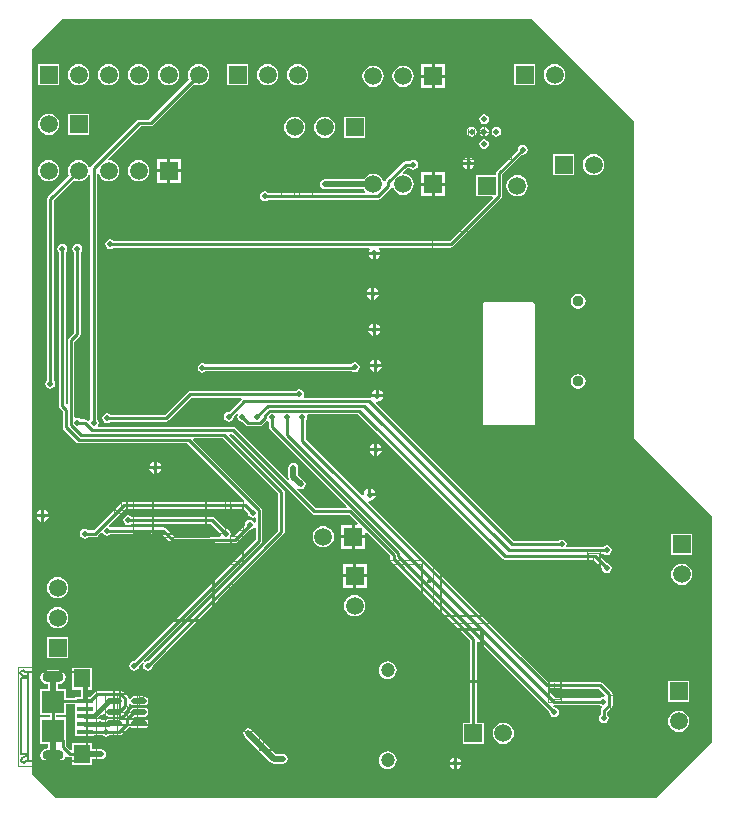
<source format=gbl>
%FSTAX23Y23*%
%MOIN*%
%SFA1B1*%

%IPPOS*%
%ADD10C,0.009449*%
%ADD13C,0.007874*%
%ADD14C,0.005000*%
%ADD16C,0.004000*%
%ADD17C,0.003937*%
%ADD18C,0.010000*%
%ADD19C,0.001969*%
%ADD79C,0.019685*%
%ADD80C,0.015000*%
%ADD81R,0.059055X0.059055*%
%ADD82C,0.059055*%
%ADD83C,0.037401*%
%ADD84R,0.059055X0.059055*%
%ADD85C,0.019685*%
%ADD86O,0.070866X0.035433*%
%ADD87C,0.047244*%
%ADD88O,0.053150X0.017716*%
%ADD89R,0.053150X0.015748*%
%ADD90R,0.055118X0.062992*%
%ADD91R,0.074803X0.074803*%
%LNsolears_v1-1*%
%LPD*%
G36*
X02675Y03604D02*
X02902Y03377D01*
X02982Y03297*
X03014Y03265*
Y02215*
X03015Y02211*
X03017Y02207*
X03274Y0195*
Y01194*
X0309Y0101*
X01089*
X0101Y01084*
Y03505*
X01109Y03604*
X02675*
G37*
%LNsolears_v1-2*%
%LPC*%
G36*
X02385Y03454D02*
X02351D01*
Y0342*
X02385*
Y03454*
G37*
G36*
X02341D02*
X02306D01*
Y0342*
X02341*
Y03454*
G37*
G36*
X0173Y03455D02*
X01659D01*
Y03384*
X0173*
Y03455*
G37*
G36*
X011D02*
X01029D01*
Y03384*
X011*
Y03455*
G37*
G36*
X02686D02*
X02615D01*
Y03384*
X02686*
Y03455*
G37*
G36*
X01895Y03455D02*
X01885Y03454D01*
X01877Y0345*
X01869Y03445*
X01864Y03437*
X0186Y03429*
X01859Y0342*
X0186Y0341*
X01864Y03402*
X01869Y03394*
X01877Y03389*
X01885Y03385*
X01895Y03384*
X01904Y03385*
X01912Y03389*
X0192Y03394*
X01925Y03402*
X01929Y0341*
X0193Y0342*
X01929Y03429*
X01925Y03437*
X0192Y03445*
X01912Y0345*
X01904Y03454*
X01895Y03455*
G37*
G36*
X01795D02*
X01785Y03454D01*
X01777Y0345*
X01769Y03445*
X01764Y03437*
X0176Y03429*
X01759Y0342*
X0176Y0341*
X01764Y03402*
X01769Y03394*
X01777Y03389*
X01785Y03385*
X01795Y03384*
X01804Y03385*
X01812Y03389*
X0182Y03394*
X01825Y03402*
X01829Y0341*
X0183Y0342*
X01829Y03429*
X01825Y03437*
X0182Y03445*
X01812Y0345*
X01804Y03454*
X01795Y03455*
G37*
G36*
X01565D02*
X01555Y03454D01*
X01547Y0345*
X01539Y03445*
X01534Y03437*
X0153Y03429*
X01529Y0342*
X0153Y0341*
X01533Y03404*
X014Y0327*
X01367*
Y0327*
X01363Y0327*
X01359Y03267*
X01207Y03115*
X01204Y03111*
X01199Y03109*
X01199Y03109*
X01195Y03117*
X0119Y03125*
X01182Y0313*
X01174Y03134*
X01165Y03135*
X01155Y03134*
X01147Y0313*
X01139Y03125*
X01134Y03117*
X0113Y03109*
X01129Y031*
X0113Y0309*
X01133Y03084*
X01062Y03012*
X01059Y03009*
X01058Y03005*
Y02401*
X01058Y02401*
X01055Y02396*
X01053Y0239*
X01055Y02383*
X01058Y02378*
X01063Y02375*
X0107Y02373*
X01076Y02375*
X01081Y02378*
X01084Y02383*
X01086Y0239*
X01084Y02396*
X01081Y02401*
X01081Y02401*
Y03*
X01149Y03068*
X01155Y03065*
X01165Y03064*
X01174Y03065*
X01182Y03069*
X0119Y03074*
X01195Y03082*
X01198Y03089*
X01203Y03088*
Y02271*
X01203Y02271*
X01201Y02267*
X01195Y02265*
X01193Y02267*
X01189Y0227*
X01185Y02271*
X01171*
X01171Y02271*
X01166Y02274*
X0116Y02276*
X01155Y02275*
X0115Y02278*
Y02529*
X01167Y02546*
X0117Y0255*
X01171Y02554*
Y02828*
X01171Y02828*
X01174Y02833*
X01176Y0284*
X01174Y02846*
X01171Y02851*
X01166Y02854*
X0116Y02856*
X01153Y02854*
X01148Y02851*
X01145Y02846*
X01143Y0284*
X01145Y02833*
X01148Y02828*
X01148Y02828*
Y02559*
X01131Y02541*
X01128Y02538*
X01128Y02534*
Y02322*
X01123Y02319*
X01121Y02321*
Y02828*
X01121Y02828*
X01124Y02833*
X01126Y0284*
X01124Y02846*
X01121Y02851*
X01116Y02854*
X0111Y02856*
X01103Y02854*
X01098Y02851*
X01095Y02846*
X01093Y0284*
X01095Y02833*
X01098Y02828*
X01098Y02828*
Y02315*
X01099Y0231*
X01102Y02307*
X01112Y02297*
Y02244*
X01113Y0224*
X01115Y02236*
X01157Y02195*
X0116Y02192*
X01164Y02192*
X01526*
X01717Y02001*
X01715Y01996*
X01315*
X01311Y01995*
X01307Y01992*
X01216Y01901*
X01196*
X01196Y01901*
X01191Y01904*
X01185Y01906*
X01178Y01904*
X01173Y01901*
X0117Y01896*
X01168Y0189*
X0117Y01883*
X01173Y01878*
X01178Y01875*
X01185Y01873*
X01191Y01875*
X01196Y01878*
X01196Y01878*
X0122*
X01224Y01879*
X01228Y01882*
X0124Y01894*
X01246Y01892*
X01248Y01888*
X01253Y01885*
X0126Y01883*
X01266Y01885*
X01271Y01888*
X01271Y01888*
X01443*
X0147Y01861*
X01474Y01858*
X01478Y01858*
X01684*
X01688Y01858*
X01692Y01861*
X01734Y01904*
X01735Y01903*
X01741Y01905*
X01746Y01908*
X01749Y01913*
X01749Y01913*
X01754Y0191*
Y0187*
X0135Y01466*
X0135Y01466*
X01343Y01464*
X01338Y01461*
X01335Y01456*
X01333Y0145*
X01335Y01443*
X01338Y01438*
X01343Y01435*
X0135Y01433*
X01356Y01435*
X01361Y01438*
X01364Y01443*
X01366Y0145*
X01366Y0145*
X01378Y01462*
X01378Y01462*
X01382Y01459*
X01381Y01458*
X0138Y01456*
X01378Y0145*
X0138Y01443*
X01383Y01438*
X01388Y01435*
X01395Y01433*
X01401Y01435*
X01406Y01438*
X01409Y01443*
X01411Y0145*
X01411Y0145*
X01847Y01887*
X0185Y0189*
X01851Y01895*
Y0203*
X0185Y02034*
X01847Y02037*
X01666Y02219*
X01668Y02223*
X01676*
X01942Y01957*
X01946Y01954*
X0195Y01953*
X02064*
X02094Y01924*
X02092Y01919*
X02085*
Y01885*
X02119*
Y01892*
X02124Y01894*
X02203Y01814*
Y01805*
X02204Y01801*
X02207Y01797*
X02468Y01535*
Y0126*
X02444*
Y01189*
X02515*
Y0126*
X02491*
Y01531*
X02495Y01533*
X02734Y01295*
X02733Y01295*
X02735Y01288*
X02738Y01283*
X02743Y0128*
X0275Y01278*
X02756Y0128*
X02761Y01283*
X02764Y01288*
X02766Y01295*
X02764Y01301*
X02761Y01306*
X02756Y01309*
X0275Y01311*
X02749Y01311*
X02746Y01314*
X02748Y01319*
X0275Y01318*
X029*
X02901Y01318*
X02906Y01315*
X02908Y01314*
X02909Y01309*
X02907Y01307*
X02905Y01304*
X02904Y01299*
Y01287*
X02903Y01286*
X029Y01281*
X02898Y01275*
X029Y01268*
X02903Y01263*
X02908Y0126*
X02915Y01258*
X02921Y0126*
X02926Y01263*
X02929Y01268*
X02931Y01275*
X02929Y01281*
X02926Y01285*
Y01295*
X02941Y01309*
X02943Y01312*
X02944Y01317*
Y01354*
X02943Y01358*
X02941Y01361*
X0291Y01392*
X02906Y01395*
X02902Y01396*
X02729*
X0213Y01995*
X02132Y02*
X02135Y01999*
X02142Y02001*
X02149Y02005*
X02153Y02012*
X02154Y02015*
X02135*
Y0202*
X0213*
Y02039*
X02127Y02038*
X0212Y02034*
X02116Y02027*
X02114Y0202*
X02115Y02017*
X0211Y02015*
X01921Y02204*
Y02268*
X01921Y02268*
X01924Y02273*
X01926Y0228*
X01925Y02284*
X01928Y02289*
X02094*
X02577Y01807*
X0258Y01804*
X02585Y01803*
X0288*
X02909Y01775*
X02908Y01775*
X0291Y01768*
X02913Y01763*
X02918Y0176*
X02925Y01758*
X02931Y0176*
X02936Y01763*
X02939Y01768*
X02941Y01775*
X02939Y01781*
X02936Y01786*
X02931Y01789*
X02925Y01791*
X02924Y01791*
X02897Y01818*
X02899Y01823*
X02914*
X02918Y0182*
X02925Y01818*
X02931Y0182*
X02936Y01823*
X02939Y01828*
X02941Y01835*
X02939Y01841*
X02936Y01846*
X02931Y01849*
X02925Y01851*
X02918Y01849*
X02913Y01846*
X02912Y01845*
X02793*
X0279Y0185*
X02791Y01855*
X02789Y01861*
X02786Y01866*
X02781Y01869*
X02775Y01871*
X02768Y01869*
X02763Y01866*
X02763Y01866*
X02614*
X02155Y02325*
X02157Y0233*
X0216Y02329*
X02167Y02331*
X02174Y02335*
X02178Y02342*
X02179Y02345*
X02139*
X02138Y02344*
X02136Y02342*
X02132Y02343*
X01916*
X01914Y02348*
X01914Y02348*
X01916Y02355*
X01914Y02361*
X01911Y02366*
X01906Y02369*
X019Y02371*
X01893Y02369*
X01888Y02366*
X01888Y02366*
X01536*
X01532Y02365*
X01528Y02362*
X01451Y02286*
X01271*
X01271Y02286*
X01266Y02289*
X0126Y02291*
X01253Y02289*
X01248Y02286*
X01245Y02281*
X01243Y02275*
X01245Y02268*
X01248Y02263*
X01253Y0226*
X0126Y02258*
X01266Y0226*
X01271Y02263*
X01271Y02263*
X01456*
X0146Y02264*
X01464Y02267*
X0154Y02343*
X01706*
X01708Y02338*
X01665Y02296*
X01665Y02296*
X01658Y02294*
X01653Y02291*
X0165Y02286*
X01648Y0228*
X0165Y02273*
X01653Y02268*
X01658Y02265*
X01665Y02263*
X01671Y02265*
X01676Y02268*
X01679Y02273*
X01681Y0228*
X01681Y0228*
X01693Y02292*
X01693Y02292*
X01697Y02289*
X01696Y02288*
X01695Y02286*
X01693Y0228*
X01695Y02273*
X01698Y02268*
X01703Y02265*
X0171Y02263*
X0171Y02264*
X01722Y02251*
X01726Y02248*
X0173Y02248*
X01768*
X01772Y02248*
X01776Y02251*
X01792Y02267*
X01797Y02265*
X01798Y02263*
Y02246*
X01799Y02242*
X01802Y02239*
X0206Y0198*
X02058Y01976*
X01955*
X01893Y02037*
X01897Y02041*
X01898Y0204*
X01905Y02038*
X01911Y0204*
X01916Y02043*
X01919Y02048*
X01921Y02055*
X01919Y02061*
X01916Y02066*
X01896Y02086*
Y0211*
X01894Y02116*
X01891Y02121*
X01886Y02124*
X0188Y02126*
X01873Y02124*
X01868Y02121*
X01865Y02116*
X01863Y0211*
Y0208*
X01865Y02073*
X01866Y02072*
X01862Y02068*
X01688Y02242*
X01684Y02245*
X0168Y02246*
X0123*
X01228Y02251*
X01229Y02253*
X01231Y0226*
X01229Y02266*
X01226Y02271*
X01226Y02271*
Y03088*
X01231Y03089*
X01234Y03082*
X01239Y03074*
X01247Y03069*
X01255Y03065*
X01265Y03064*
X01274Y03065*
X01282Y03069*
X0129Y03074*
X01295Y03082*
X01299Y0309*
X013Y031*
X01299Y03109*
X01295Y03117*
X0129Y03125*
X01282Y0313*
X01274Y03134*
X01266Y03135*
X01263Y0314*
X01372Y03248*
X01404*
X01409Y03249*
X01412Y03251*
X01549Y03388*
X01555Y03385*
X01565Y03384*
X01574Y03385*
X01582Y03389*
X0159Y03394*
X01595Y03402*
X01599Y0341*
X016Y0342*
X01599Y03429*
X01595Y03437*
X0159Y03445*
X01582Y0345*
X01574Y03454*
X01565Y03455*
G37*
G36*
X01465D02*
X01455Y03454D01*
X01447Y0345*
X01439Y03445*
X01434Y03437*
X0143Y03429*
X01429Y0342*
X0143Y0341*
X01434Y03402*
X01439Y03394*
X01447Y03389*
X01455Y03385*
X01465Y03384*
X01474Y03385*
X01482Y03389*
X0149Y03394*
X01495Y03402*
X01499Y0341*
X015Y0342*
X01499Y03429*
X01495Y03437*
X0149Y03445*
X01482Y0345*
X01474Y03454*
X01465Y03455*
G37*
G36*
X01365D02*
X01355Y03454D01*
X01347Y0345*
X01339Y03445*
X01334Y03437*
X0133Y03429*
X01329Y0342*
X0133Y0341*
X01334Y03402*
X01339Y03394*
X01347Y03389*
X01355Y03385*
X01365Y03384*
X01374Y03385*
X01382Y03389*
X0139Y03394*
X01395Y03402*
X01399Y0341*
X014Y0342*
X01399Y03429*
X01395Y03437*
X0139Y03445*
X01382Y0345*
X01374Y03454*
X01365Y03455*
G37*
G36*
X01265D02*
X01255Y03454D01*
X01247Y0345*
X01239Y03445*
X01234Y03437*
X0123Y03429*
X01229Y0342*
X0123Y0341*
X01234Y03402*
X01239Y03394*
X01247Y03389*
X01255Y03385*
X01265Y03384*
X01274Y03385*
X01282Y03389*
X0129Y03394*
X01295Y03402*
X01299Y0341*
X013Y0342*
X01299Y03429*
X01295Y03437*
X0129Y03445*
X01282Y0345*
X01274Y03454*
X01265Y03455*
G37*
G36*
X01165D02*
X01155Y03454D01*
X01147Y0345*
X01139Y03445*
X01134Y03437*
X0113Y03429*
X01129Y0342*
X0113Y0341*
X01134Y03402*
X01139Y03394*
X01147Y03389*
X01155Y03385*
X01165Y03384*
X01174Y03385*
X01182Y03389*
X0119Y03394*
X01195Y03402*
X01199Y0341*
X012Y0342*
X01199Y03429*
X01195Y03437*
X0119Y03445*
X01182Y0345*
X01174Y03454*
X01165Y03455*
G37*
G36*
X02751D02*
X02742Y03454D01*
X02733Y0345*
X02726Y03445*
X0272Y03437*
X02716Y03429*
X02715Y0342*
X02716Y0341*
X0272Y03402*
X02726Y03394*
X02733Y03389*
X02742Y03385*
X02751Y03384*
X0276Y03385*
X02769Y03389*
X02776Y03394*
X02782Y03402*
X02785Y0341*
X02787Y0342*
X02785Y03429*
X02782Y03437*
X02776Y03445*
X02769Y0345*
X0276Y03454*
X02751Y03455*
G37*
G36*
X02246Y0345D02*
X02237Y03449D01*
X02228Y03445*
X02221Y0344*
X02215Y03432*
X02211Y03424*
X0221Y03415*
X02211Y03405*
X02215Y03397*
X02221Y03389*
X02228Y03384*
X02237Y0338*
X02246Y03379*
X02255Y0338*
X02264Y03384*
X02271Y03389*
X02277Y03397*
X0228Y03405*
X02282Y03415*
X0228Y03424*
X02277Y03432*
X02271Y0344*
X02264Y03445*
X02255Y03449*
X02246Y0345*
G37*
G36*
X02146D02*
X02137Y03449D01*
X02128Y03445*
X02121Y0344*
X02115Y03432*
X02111Y03424*
X0211Y03415*
X02111Y03405*
X02115Y03397*
X02121Y03389*
X02128Y03384*
X02137Y0338*
X02146Y03379*
X02155Y0338*
X02164Y03384*
X02171Y03389*
X02177Y03397*
X0218Y03405*
X02182Y03415*
X0218Y03424*
X02177Y03432*
X02171Y0344*
X02164Y03445*
X02155Y03449*
X02146Y0345*
G37*
G36*
X02385Y0341D02*
X02351D01*
Y03375*
X02385*
Y0341*
G37*
G36*
X02341D02*
X02306D01*
Y03375*
X02341*
Y0341*
G37*
G36*
X02516Y03287D02*
X0251Y03286D01*
X02504Y03282*
X02501Y03277*
X025Y03271*
X02501Y03265*
X02504Y03259*
X0251Y03256*
X02516Y03255*
X02522Y03256*
X02527Y03259*
X02531Y03265*
X02532Y03271*
X02531Y03277*
X02527Y03282*
X02522Y03286*
X02516Y03287*
G37*
G36*
X012Y0329D02*
X01129D01*
Y03219*
X012*
Y0329*
G37*
G36*
X01065Y0329D02*
X01055Y03289D01*
X01047Y03285*
X01039Y0328*
X01034Y03272*
X0103Y03264*
X01029Y03255*
X0103Y03245*
X01034Y03237*
X01039Y03229*
X01047Y03224*
X01055Y0322*
X01065Y03219*
X01074Y0322*
X01082Y03224*
X0109Y03229*
X01095Y03237*
X01099Y03245*
X011Y03255*
X01099Y03264*
X01095Y03272*
X0109Y0328*
X01082Y03285*
X01074Y03289*
X01065Y0329*
G37*
G36*
X02557Y03246D02*
X02551Y03244D01*
X02546Y03241*
X02542Y03236*
X02541Y0323*
X02542Y03223*
X02546Y03218*
X02551Y03215*
X02557Y03213*
X02563Y03215*
X02569Y03218*
X02572Y03223*
X02573Y0323*
X02572Y03236*
X02569Y03241*
X02563Y03244*
X02557Y03246*
G37*
G36*
X02516D02*
X0251Y03244D01*
X02504Y03241*
X02501Y03236*
X025Y0323*
X02501Y03223*
X02504Y03218*
X0251Y03215*
X02516Y03213*
X02522Y03215*
X02527Y03218*
X02531Y03223*
X02532Y0323*
X02531Y03236*
X02527Y03241*
X02522Y03244*
X02516Y03246*
G37*
G36*
X02475D02*
X02468Y03244D01*
X02463Y03241*
X0246Y03236*
X02458Y0323*
X0246Y03223*
X02463Y03218*
X02468Y03215*
X02475Y03213*
X02481Y03215*
X02486Y03218*
X02489Y03223*
X02491Y0323*
X02489Y03236*
X02486Y03241*
X02481Y03244*
X02475Y03246*
G37*
G36*
X0212Y0328D02*
X02049D01*
Y03209*
X0212*
Y0328*
G37*
G36*
X01985Y0328D02*
X01975Y03279D01*
X01967Y03275*
X01959Y0327*
X01954Y03262*
X0195Y03254*
X01949Y03245*
X0195Y03235*
X01954Y03227*
X01959Y03219*
X01967Y03214*
X01975Y0321*
X01985Y03209*
X01994Y0321*
X02002Y03214*
X0201Y03219*
X02015Y03227*
X02019Y03235*
X0202Y03245*
X02019Y03254*
X02015Y03262*
X0201Y0327*
X02002Y03275*
X01994Y03279*
X01985Y0328*
G37*
G36*
X01885D02*
X01875Y03279D01*
X01867Y03275*
X01859Y0327*
X01854Y03262*
X0185Y03254*
X01849Y03245*
X0185Y03235*
X01854Y03227*
X01859Y03219*
X01867Y03214*
X01875Y0321*
X01885Y03209*
X01894Y0321*
X01902Y03214*
X0191Y03219*
X01915Y03227*
X01919Y03235*
X0192Y03245*
X01919Y03254*
X01915Y03262*
X0191Y0327*
X01902Y03275*
X01894Y03279*
X01885Y0328*
G37*
G36*
X02516Y03204D02*
X0251Y03203D01*
X02504Y032*
X02501Y03194*
X025Y03188*
X02501Y03182*
X02504Y03177*
X0251Y03173*
X02516Y03172*
X02522Y03173*
X02527Y03177*
X02531Y03182*
X02532Y03188*
X02531Y03194*
X02527Y032*
X02522Y03203*
X02516Y03204*
G37*
G36*
X02645Y03186D02*
X02638Y03184D01*
X02633Y03181*
X0263Y03176*
X02628Y0317*
X02629Y03169*
X02558Y03099*
X02556Y03096*
X02555Y03091*
Y03085*
X0249*
Y03014*
X02543*
X02545Y03009*
X02401Y02866*
X01281*
X01281Y02866*
X01276Y02869*
X0127Y02871*
X01263Y02869*
X01258Y02866*
X01255Y02861*
X01253Y02855*
X01255Y02848*
X01258Y02843*
X01263Y0284*
X0127Y02838*
X01276Y0284*
X01281Y02843*
X01281Y02843*
X02133*
X02134Y0284*
X02135Y02838*
X02131Y02832*
X0213Y0283*
X02169*
X02168Y02832*
X02164Y02838*
X02165Y0284*
X02166Y02843*
X02405*
X0241Y02844*
X02413Y02847*
X02574Y03008*
X02577Y03011*
X02577Y03015*
Y03087*
X02644Y03154*
X02645Y03153*
X02651Y03155*
X02656Y03158*
X02659Y03163*
X02661Y0317*
X02659Y03176*
X02656Y03181*
X02651Y03184*
X02645Y03186*
G37*
G36*
X0228Y03136D02*
X02273Y03134D01*
X02268Y03131*
X02268Y03131*
X02254*
X02249Y0313*
X02246Y03127*
X02188Y0307*
X02186Y03066*
X02181Y03064*
X0218Y03064*
X02177Y03072*
X02171Y0308*
X02164Y03085*
X02155Y03089*
X02146Y0309*
X02137Y03089*
X02128Y03085*
X02121Y0308*
X02115Y03072*
X02114Y03071*
X01985*
X01978Y03069*
X01973Y03066*
X0197Y03061*
X01968Y03055*
X0197Y03048*
X01973Y03043*
X01978Y0304*
X01985Y03038*
X02114*
X02115Y03037*
X0212Y0303*
X02118Y03025*
X01796*
X01796Y03026*
X01791Y03029*
X01785Y03031*
X01778Y03029*
X01773Y03026*
X0177Y03021*
X01768Y03015*
X0177Y03008*
X01773Y03003*
X01778Y03*
X01785Y02998*
X01791Y03*
X01796Y03003*
X02163*
X02167Y03004*
X0217Y03006*
X02204Y03039*
X02206Y03043*
X02211Y03045*
X02212Y03045*
X02215Y03037*
X02221Y03029*
X02228Y03024*
X02237Y0302*
X02246Y03019*
X02255Y0302*
X02264Y03024*
X02271Y03029*
X02277Y03037*
X0228Y03045*
X02282Y03055*
X0228Y03064*
X02277Y03072*
X02271Y0308*
X02264Y03085*
X02255Y03089*
X02247Y0309*
X02245Y03095*
X02258Y03108*
X02268*
X02268Y03108*
X02273Y03105*
X0228Y03103*
X02286Y03105*
X02291Y03108*
X02294Y03113*
X02296Y0312*
X02294Y03126*
X02291Y03131*
X02286Y03134*
X0228Y03136*
G37*
G36*
X0247Y03144D02*
Y0313D01*
X02484*
X02483Y03132*
X02479Y03139*
X02472Y03143*
X0247Y03144*
G37*
G36*
X0246D02*
X02457Y03143D01*
X0245Y03139*
X02446Y03132*
X02445Y0313*
X0246*
Y03144*
G37*
G36*
X02484Y0312D02*
X0247D01*
Y03105*
X02472Y03106*
X02479Y0311*
X02483Y03117*
X02484Y0312*
G37*
G36*
X0246D02*
X02445D01*
X02446Y03117*
X0245Y0311*
X02457Y03106*
X0246Y03105*
Y0312*
G37*
G36*
X01504Y03139D02*
X0147D01*
Y03105*
X01504*
Y03139*
G37*
G36*
X0146D02*
X01425D01*
Y03105*
X0146*
Y03139*
G37*
G36*
X02816Y03155D02*
X02745D01*
Y03084*
X02816*
Y03155*
G37*
G36*
X02881Y03155D02*
X02872Y03154D01*
X02863Y0315*
X02856Y03145*
X0285Y03137*
X02846Y03129*
X02845Y0312*
X02846Y0311*
X0285Y03102*
X02856Y03094*
X02863Y03089*
X02872Y03085*
X02881Y03084*
X0289Y03085*
X02899Y03089*
X02906Y03094*
X02912Y03102*
X02915Y0311*
X02917Y0312*
X02915Y03129*
X02912Y03137*
X02906Y03145*
X02899Y0315*
X0289Y03154*
X02881Y03155*
G37*
G36*
X01365Y03135D02*
X01355Y03134D01*
X01347Y0313*
X01339Y03125*
X01334Y03117*
X0133Y03109*
X01329Y031*
X0133Y0309*
X01334Y03082*
X01339Y03074*
X01347Y03069*
X01355Y03065*
X01365Y03064*
X01374Y03065*
X01382Y03069*
X0139Y03074*
X01395Y03082*
X01399Y0309*
X014Y031*
X01399Y03109*
X01395Y03117*
X0139Y03125*
X01382Y0313*
X01374Y03134*
X01365Y03135*
G37*
G36*
X01065D02*
X01055Y03134D01*
X01047Y0313*
X01039Y03125*
X01034Y03117*
X0103Y03109*
X01029Y031*
X0103Y0309*
X01034Y03082*
X01039Y03074*
X01047Y03069*
X01055Y03065*
X01065Y03064*
X01074Y03065*
X01082Y03069*
X0109Y03074*
X01095Y03082*
X01099Y0309*
X011Y031*
X01099Y03109*
X01095Y03117*
X0109Y03125*
X01082Y0313*
X01074Y03134*
X01065Y03135*
G37*
G36*
X01504Y03095D02*
X0147D01*
Y0306*
X01504*
Y03095*
G37*
G36*
X0146D02*
X01425D01*
Y0306*
X0146*
Y03095*
G37*
G36*
X02385Y03094D02*
X02351D01*
Y0306*
X02385*
Y03094*
G37*
G36*
X02341D02*
X02306D01*
Y0306*
X02341*
Y03094*
G37*
G36*
X02385Y0305D02*
X02351D01*
Y03015*
X02385*
Y0305*
G37*
G36*
X02341D02*
X02306D01*
Y03015*
X02341*
Y0305*
G37*
G36*
X02626Y03085D02*
X02617Y03084D01*
X02608Y0308*
X02601Y03075*
X02595Y03067*
X02591Y03059*
X0259Y0305*
X02591Y0304*
X02595Y03032*
X02601Y03024*
X02608Y03019*
X02617Y03015*
X02626Y03014*
X02635Y03015*
X02644Y03019*
X02651Y03024*
X02657Y03032*
X0266Y0304*
X02662Y0305*
X0266Y03059*
X02657Y03067*
X02651Y03075*
X02644Y0308*
X02635Y03084*
X02626Y03085*
G37*
G36*
X02169Y0282D02*
X02155D01*
Y02805*
X02157Y02806*
X02164Y0281*
X02168Y02817*
X02169Y0282*
G37*
G36*
X02145D02*
X0213D01*
X02131Y02817*
X02135Y0281*
X02142Y02806*
X02145Y02805*
Y0282*
G37*
G36*
X0215Y02709D02*
Y02695D01*
X02164*
X02163Y02697*
X02159Y02704*
X02152Y02708*
X0215Y02709*
G37*
G36*
X0214D02*
X02137Y02708D01*
X0213Y02704*
X02126Y02697*
X02125Y02695*
X0214*
Y02709*
G37*
G36*
X02164Y02685D02*
X0215D01*
Y0267*
X02152Y02671*
X02159Y02675*
X02163Y02682*
X02164Y02685*
G37*
G36*
X0214D02*
X02125D01*
X02126Y02682*
X0213Y02675*
X02137Y02671*
X0214Y0267*
Y02685*
G37*
G36*
X0283Y0269D02*
X0282Y02688D01*
X02812Y02682*
X02806Y02674*
X02804Y02665*
X02806Y02655*
X02812Y02647*
X0282Y02641*
X0283Y02639*
X02839Y02641*
X02847Y02647*
X02853Y02655*
X02855Y02665*
X02853Y02674*
X02847Y02682*
X02839Y02688*
X0283Y0269*
G37*
G36*
X02155Y02589D02*
Y02575D01*
X02169*
X02168Y02577*
X02164Y02584*
X02157Y02588*
X02155Y02589*
G37*
G36*
X02145D02*
X02142Y02588D01*
X02135Y02584*
X02131Y02577*
X0213Y02575*
X02145*
Y02589*
G37*
G36*
X02169Y02565D02*
X02155D01*
Y0255*
X02157Y02551*
X02164Y02555*
X02168Y02562*
X02169Y02565*
G37*
G36*
X02145D02*
X0213D01*
X02131Y02562*
X02135Y02555*
X02142Y02551*
X02145Y0255*
Y02565*
G37*
G36*
X0216Y02469D02*
Y02455D01*
X02174*
X02173Y02457*
X02169Y02464*
X02162Y02468*
X0216Y02469*
G37*
G36*
X0215D02*
X02147Y02468D01*
X0214Y02464*
X02136Y02457*
X02135Y02455*
X0215*
Y02469*
G37*
G36*
X02085Y02461D02*
X02078Y02459D01*
X02073Y02456*
X02072Y02454*
X01587*
X01583Y02457*
X01577Y02458*
X01571Y02457*
X01566Y02453*
X01562Y02448*
X01561Y02442*
X01562Y02436*
X01566Y02431*
X01571Y02427*
X01577Y02426*
X01583Y02427*
X01588Y02431*
X01589Y02432*
X02075*
X02078Y0243*
X02085Y02428*
X02091Y0243*
X02096Y02433*
X02099Y02438*
X02101Y02445*
X02099Y02451*
X02096Y02456*
X02091Y02459*
X02085Y02461*
G37*
G36*
X02174Y02445D02*
X0216D01*
Y0243*
X02162Y02431*
X02169Y02435*
X02173Y02442*
X02174Y02445*
G37*
G36*
X0215D02*
X02135D01*
X02136Y02442*
X0214Y02435*
X02147Y02431*
X0215Y0243*
Y02445*
G37*
G36*
X0283Y02422D02*
X0282Y0242D01*
X02812Y02415*
X02806Y02406*
X02804Y02397*
X02806Y02387*
X02812Y02379*
X0282Y02374*
X0283Y02372*
X02839Y02374*
X02847Y02379*
X02853Y02387*
X02855Y02397*
X02853Y02406*
X02847Y02415*
X02839Y0242*
X0283Y02422*
G37*
G36*
X02165Y02369D02*
Y02355D01*
X02179*
X02178Y02357*
X02174Y02364*
X02167Y02368*
X02165Y02369*
G37*
G36*
X02155D02*
X02152Y02368D01*
X02145Y02364*
X02141Y02357*
X0214Y02355*
X02155*
Y02369*
G37*
G36*
X02677Y02661D02*
X02518D01*
X02513Y02659*
X02511Y02655*
Y02253*
X02513Y02249*
X02518Y02247*
X02677*
X02682Y02249*
X02684Y02253*
Y02655*
X02682Y02659*
X02677Y02661*
G37*
G36*
X0216Y02189D02*
Y02175D01*
X02174*
X02173Y02177*
X02169Y02184*
X02162Y02188*
X0216Y02189*
G37*
G36*
X0215D02*
X02147Y02188D01*
X0214Y02184*
X02136Y02177*
X02135Y02175*
X0215*
Y02189*
G37*
G36*
X02174Y02165D02*
X0216D01*
Y0215*
X02162Y02151*
X02169Y02155*
X02173Y02162*
X02174Y02165*
G37*
G36*
X0215D02*
X02135D01*
X02136Y02162*
X0214Y02155*
X02147Y02151*
X0215Y0215*
Y02165*
G37*
G36*
X01425Y02129D02*
Y02115D01*
X01439*
X01438Y02117*
X01434Y02124*
X01427Y02128*
X01425Y02129*
G37*
G36*
X01415D02*
X01412Y02128D01*
X01405Y02124*
X01401Y02117*
X014Y02115*
X01415*
Y02129*
G37*
G36*
X01439Y02105D02*
X01425D01*
Y0209*
X01427Y02091*
X01434Y02095*
X01438Y02102*
X01439Y02105*
G37*
G36*
X01415D02*
X014D01*
X01401Y02102*
X01405Y02095*
X01412Y02091*
X01415Y0209*
Y02105*
G37*
G36*
X0214Y02039D02*
Y02025D01*
X02154*
X02153Y02027*
X02149Y02034*
X02142Y02038*
X0214Y02039*
G37*
G36*
X0105Y01969D02*
Y01955D01*
X01064*
X01063Y01957*
X01059Y01964*
X01052Y01968*
X0105Y01969*
G37*
G36*
X0104D02*
X01037Y01968D01*
X0103Y01964*
X01026Y01957*
X01025Y01955*
X0104*
Y01969*
G37*
G36*
X01064Y01945D02*
X0105D01*
Y0193*
X01052Y01931*
X01059Y01935*
X01063Y01942*
X01064Y01945*
G37*
G36*
X0104D02*
X01025D01*
X01026Y01942*
X0103Y01935*
X01037Y01931*
X0104Y0193*
Y01945*
G37*
G36*
X02075Y01919D02*
X0204D01*
Y01885*
X02075*
Y01919*
G37*
G36*
X0198Y01915D02*
X0197Y01914D01*
X01962Y0191*
X01954Y01905*
X01949Y01897*
X01945Y01889*
X01944Y0188*
X01945Y0187*
X01949Y01862*
X01954Y01854*
X01962Y01849*
X0197Y01845*
X0198Y01844*
X01989Y01845*
X01997Y01849*
X02005Y01854*
X0201Y01862*
X02014Y0187*
X02015Y0188*
X02014Y01889*
X0201Y01897*
X02005Y01905*
X01997Y0191*
X01989Y01914*
X0198Y01915*
G37*
G36*
X02119Y01875D02*
X02085D01*
Y0184*
X02119*
Y01875*
G37*
G36*
X02075D02*
X0204D01*
Y0184*
X02075*
Y01875*
G37*
G36*
X0321Y0189D02*
X03139D01*
Y01819*
X0321*
Y0189*
G37*
G36*
X02124Y01789D02*
X0209D01*
Y01755*
X02124*
Y01789*
G37*
G36*
X0208D02*
X02045D01*
Y01755*
X0208*
Y01789*
G37*
G36*
X03175Y0179D02*
X03165Y01789D01*
X03157Y01785*
X03149Y0178*
X03144Y01772*
X0314Y01764*
X03139Y01755*
X0314Y01745*
X03144Y01737*
X03149Y01729*
X03157Y01724*
X03165Y0172*
X03175Y01719*
X03184Y0172*
X03192Y01724*
X032Y01729*
X03205Y01737*
X03209Y01745*
X0321Y01755*
X03209Y01764*
X03205Y01772*
X032Y0178*
X03192Y01785*
X03184Y01789*
X03175Y0179*
G37*
G36*
X02124Y01745D02*
X0209D01*
Y0171*
X02124*
Y01745*
G37*
G36*
X0208D02*
X02045D01*
Y0171*
X0208*
Y01745*
G37*
G36*
X01095Y01745D02*
X01085Y01744D01*
X01077Y0174*
X01069Y01735*
X01064Y01727*
X0106Y01719*
X01059Y0171*
X0106Y017*
X01064Y01692*
X01069Y01684*
X01077Y01679*
X01085Y01675*
X01095Y01674*
X01104Y01675*
X01112Y01679*
X0112Y01684*
X01125Y01692*
X01129Y017*
X0113Y0171*
X01129Y01719*
X01125Y01727*
X0112Y01735*
X01112Y0174*
X01104Y01744*
X01095Y01745*
G37*
G36*
X02085Y01685D02*
X02075Y01684D01*
X02067Y0168*
X02059Y01675*
X02054Y01667*
X0205Y01659*
X02049Y0165*
X0205Y0164*
X02054Y01632*
X02059Y01624*
X02067Y01619*
X02075Y01615*
X02085Y01614*
X02094Y01615*
X02102Y01619*
X0211Y01624*
X02115Y01632*
X02119Y0164*
X0212Y0165*
X02119Y01659*
X02115Y01667*
X0211Y01675*
X02102Y0168*
X02094Y01684*
X02085Y01685*
G37*
G36*
X01095Y01645D02*
X01085Y01644D01*
X01077Y0164*
X01069Y01635*
X01064Y01627*
X0106Y01619*
X01059Y0161*
X0106Y016*
X01064Y01592*
X01069Y01584*
X01077Y01579*
X01085Y01575*
X01095Y01574*
X01104Y01575*
X01112Y01579*
X0112Y01584*
X01125Y01592*
X01129Y016*
X0113Y0161*
X01129Y01619*
X01125Y01627*
X0112Y01635*
X01112Y0164*
X01104Y01644*
X01095Y01645*
G37*
G36*
X0113Y01545D02*
X01059D01*
Y01474*
X0113*
Y01545*
G37*
G36*
X02195Y01464D02*
X02187Y01463D01*
X0218Y0146*
X02173Y01456*
X02169Y01449*
X02166Y01442*
X02165Y01435*
X02166Y01427*
X02169Y0142*
X02173Y01413*
X0218Y01409*
X02187Y01406*
X02195Y01405*
X02202Y01406*
X02209Y01409*
X02216Y01413*
X0222Y0142*
X02223Y01427*
X02224Y01435*
X02223Y01442*
X0222Y01449*
X02216Y01456*
X02209Y0146*
X02202Y01463*
X02195Y01464*
G37*
G36*
X0138Y01347D02*
X01369D01*
X01369Y01347*
X01369Y01346*
X0137Y01346*
X0137Y01346*
X01371Y01345*
X01371Y01345*
X01371Y01345*
X01371Y01345*
X01372Y01345*
X01372Y01345*
X01373Y01345*
X01373Y01345*
X01374Y01344*
X01375*
X01375Y01345*
X01375*
X01375Y01345*
X01376Y01345*
X01377Y01345*
X01378Y01345*
X01379Y01346*
X01379Y01346*
X01379Y01346*
X01379Y01346*
X01379Y01346*
X0138Y01346*
X0138Y01346*
X0138Y01347*
X0138Y01347*
X0138Y01347*
G37*
G36*
X01209Y01444D02*
X01142D01*
Y01369*
X01171*
Y01346*
X01152*
Y01343*
X01122*
Y01371*
X01095*
Y01387*
X01097*
X01106Y01388*
X01114Y01394*
X01119Y01401*
X01121Y01411*
X01119Y0142*
X01114Y01428*
X01106Y01433*
X01097Y01435*
X01061*
X01052Y01433*
X01044Y01428*
X01039Y0142*
X01037Y01411*
X01039Y01401*
X01044Y01394*
X01052Y01388*
X01061Y01387*
X01063*
Y01371*
X01036*
Y01285*
X01068*
Y01277*
X01036*
Y0119*
X01063*
Y01175*
X01061*
X01052Y01173*
X01044Y01168*
X01039Y0116*
X01037Y01151*
X01039Y01142*
X01044Y01134*
X01052Y01129*
X01061Y01127*
X01097*
X01106Y01129*
X01114Y01134*
X01119Y01142*
X0112Y01146*
X01126Y01148*
X01127Y01147*
X0113Y01144*
X01135Y01144*
X01142*
Y01117*
X01209*
Y01139*
X01239*
X0124Y01138*
X01246Y0114*
X01251Y01143*
X01254Y01148*
X01256Y01155*
X01254Y01161*
X01251Y01166*
X01251Y01166*
X01245Y0117*
X01239Y01171*
X01209*
Y01192*
X01142*
Y0117*
X01137Y01168*
X01123Y01182*
Y01201*
X01122Y01202*
Y01277*
X0109*
Y01285*
X01122*
Y01321*
X01152*
Y01292*
Y01267*
Y01241*
Y01216*
X01217*
Y01218*
X01243*
X01243Y01218*
X01248Y01215*
X01255Y01213*
X01261Y01215*
X01266Y01218*
X01266Y01218*
X013*
X01305Y01219*
X01308Y01222*
X01333Y01246*
X01336Y01247*
X01338Y01246*
X01339Y01246*
X01343Y01243*
X01349Y01242*
X01385*
X0139Y01243*
X01395Y01246*
X01398Y01251*
X014Y01257*
X01398Y01263*
X01395Y01268*
X0139Y01271*
X01385Y01272*
X01352*
X01349Y01277*
X01351Y01279*
X01385*
X0139Y01281*
X01395Y01284*
X01398Y01289*
X014Y01295*
X01398Y013*
X01395Y01305*
X0139Y01308*
X01385Y0131*
X01349*
X01343Y01308*
X01338Y01305*
X01335Y013*
X01334Y01295*
X01318Y01279*
X01315Y01275*
X01314Y01271*
X01314Y0127*
X01309Y01269*
X01306Y01271*
X013Y01272*
X01264*
X01259Y01271*
X01255Y01269*
X01242*
X01241Y01269*
X01235Y01271*
X01228Y01269*
X01226Y01274*
X01226Y01274*
X01236Y01284*
X01241Y01285*
X01246Y01288*
X01246Y01288*
X01251Y01287*
X01254Y01284*
X01259Y01281*
X01264Y01279*
X013*
X01306Y01281*
X01311Y01284*
X01314Y01289*
X01315Y01294*
X01328Y01306*
X0133Y0131*
X01331Y01314*
Y01324*
X01332Y01325*
X01336Y01325*
X01338Y01321*
X01343Y01318*
X01349Y01317*
X01385*
X0139Y01318*
X01395Y01321*
X01398Y01326*
X014Y01332*
X01398Y01338*
X01396Y01342*
X01388*
Y01342*
Y01342*
Y01342*
X01388Y01343*
X01388Y01343*
X01388Y01343*
X01388Y01344*
X01389Y01344*
Y01344*
X01389Y01344*
X01389Y01344*
X01389Y01345*
X01389Y01345*
X01389Y01346*
X0139Y01346*
X01385Y01347*
X01384*
X01384Y01347*
X01383Y01346*
Y01346*
X01383Y01346*
X01383Y01346*
X01383Y01346*
X01383Y01346*
X01383Y01345*
X01382Y01345*
X01382Y01344*
X01381Y01343*
X0138Y01343*
X0138*
X0138Y01343*
X0138Y01343*
X0138Y01343*
X0138Y01343*
X01379Y01342*
X01379Y01342*
X01379Y01342*
X01378Y01342*
X01378Y01342*
X01377Y01342*
X01377Y01342*
X01376Y01342*
X01376Y01342*
X01374Y01341*
X01374*
X01374Y01342*
X01374*
X01373Y01342*
X01373Y01342*
X01372Y01342*
X01371Y01342*
X01371Y01342*
X0137Y01342*
X01369Y01343*
X01369*
X01369Y01343*
X01368Y01343*
X01368Y01343*
X01368Y01343*
X01367Y01344*
X01367Y01344*
X01366Y01345*
X01366Y01345*
X01365Y01346*
Y01346*
X01365Y01346*
X01365Y01346*
X01365Y01347*
X01365Y01347*
X01365Y01347*
X01349*
X01343Y01346*
X01338Y01343*
X01336Y01339*
X01332Y01339*
X01331Y01339*
Y0134*
X0133Y01344*
X01328Y01348*
X01313Y01362*
X0131Y01365*
X01305Y01366*
X01226*
X01222Y01365*
X01218Y01362*
X01201Y01346*
X01193*
Y01369*
X01209*
Y01444*
G37*
G36*
X032Y014D02*
X03129D01*
Y01329*
X032*
Y014*
G37*
G36*
X03165Y013D02*
X03155Y01299D01*
X03147Y01295*
X03139Y0129*
X03134Y01282*
X0313Y01274*
X03129Y01265*
X0313Y01255*
X03134Y01247*
X03139Y01239*
X03147Y01234*
X03155Y0123*
X03165Y01229*
X03174Y0123*
X03182Y01234*
X0319Y01239*
X03195Y01247*
X03199Y01255*
X032Y01265*
X03199Y01274*
X03195Y01282*
X0319Y0129*
X03182Y01295*
X03174Y01299*
X03165Y013*
G37*
G36*
X0258Y0126D02*
X0257Y01259D01*
X02562Y01255*
X02554Y0125*
X02549Y01242*
X02545Y01234*
X02544Y01225*
X02545Y01215*
X02549Y01207*
X02554Y01199*
X02562Y01194*
X0257Y0119*
X0258Y01189*
X02589Y0119*
X02597Y01194*
X02605Y01199*
X0261Y01207*
X02614Y01215*
X02615Y01225*
X02614Y01234*
X0261Y01242*
X02605Y0125*
X02597Y01255*
X02589Y01259*
X0258Y0126*
G37*
G36*
X02425Y01144D02*
Y0113D01*
X02439*
X02438Y01132*
X02434Y01139*
X02427Y01143*
X02425Y01144*
G37*
G36*
X02415D02*
X02412Y01143D01*
X02405Y01139*
X02401Y01132*
X024Y0113*
X02415*
Y01144*
G37*
G36*
X0173Y01241D02*
X01723Y01239D01*
X01718Y01236*
X01715Y01231*
X01713Y01225*
X01715Y01218*
X01718Y01213*
X01803Y01128*
X01808Y01125*
X01815Y01123*
X01845*
X01851Y01125*
X01856Y01128*
X01859Y01133*
X01861Y0114*
X01859Y01146*
X01856Y01151*
X01851Y01154*
X01845Y01156*
X01821*
X01741Y01236*
X01736Y01239*
X01735Y0124*
X0173Y01241*
G37*
G36*
X02439Y0112D02*
X02425D01*
Y01105*
X02427Y01106*
X02434Y0111*
X02438Y01117*
X02439Y0112*
G37*
G36*
X02415D02*
X024D01*
X02401Y01117*
X02405Y0111*
X02412Y01106*
X02415Y01105*
Y0112*
G37*
G36*
X02195Y01164D02*
X02187Y01163D01*
X0218Y0116*
X02173Y01156*
X02169Y01149*
X02166Y01142*
X02165Y01135*
X02166Y01127*
X02169Y0112*
X02173Y01113*
X0218Y01109*
X02187Y01106*
X02195Y01105*
X02202Y01106*
X02209Y01109*
X02216Y01113*
X0222Y0112*
X02223Y01127*
X02224Y01135*
X02223Y01142*
X0222Y01149*
X02216Y01156*
X02209Y0116*
X02202Y01163*
X02195Y01164*
G37*
%LNsolears_v1-3*%
%LPD*%
G36*
X01729Y0196D02*
X01728Y0196D01*
X0173Y01953*
X01733Y01948*
X01738Y01945*
X01745Y01943*
X01749Y01944*
X01754Y01941*
Y01929*
X01749Y01926*
X01749Y01926*
X01746Y01931*
X01741Y01934*
X01735Y01936*
X01728Y01934*
X01723Y01931*
X0172Y01926*
X01718Y0192*
X01719Y01919*
X01679Y0188*
X01673*
X0167Y01885*
X01671Y0189*
X01669Y01896*
X01666Y01901*
X01661Y01904*
X01655Y01906*
X01654Y01906*
X01617Y01942*
X01614Y01945*
X0161Y01946*
X01341*
X01341Y01946*
X01336Y01949*
X0133Y01951*
X01323Y01949*
X01318Y01946*
X01315Y01941*
X01313Y01935*
X01315Y01928*
X01318Y01923*
X01323Y0192*
X0133Y01918*
X01336Y0192*
X01341Y01923*
X01341Y01923*
X01605*
X01639Y0189*
X01638Y0189*
X01639Y01885*
X01636Y0188*
X01483*
X01455Y01907*
X01451Y0191*
X01447Y01911*
X01271*
X01271Y01911*
X01267Y01913*
X01265Y01919*
X0132Y01973*
X01715*
X01729Y0196*
G37*
G36*
X01828Y02025D02*
Y01899D01*
X01395Y01466*
X01395Y01466*
X01388Y01464*
X01386Y01463*
X01385Y01462*
X01382Y01466*
X01382Y01466*
X01773Y01857*
X01776Y01861*
X01776Y01865*
Y01968*
X01776Y01972*
X01773Y01976*
X01546Y02203*
X01548Y02207*
X01646*
X01828Y02025*
G37*
G36*
X02919Y01352D02*
X02919Y01349D01*
X02913Y01345*
X02912Y01346*
X02906Y01344*
X02901Y01341*
X029Y01341*
X02754*
X02726Y01368*
X02728Y01373*
X02897*
X02919Y01352*
G37*
G54D10*
X02342Y02657D02*
D01*
X02342Y02657*
X02342Y02657*
X02342Y02658*
X02342Y02658*
X02342Y02658*
X02342Y02659*
X02342Y02659*
X02341Y02659*
X02341Y02659*
X02341Y0266*
X02341Y0266*
X02341Y0266*
X0234Y0266*
X0234Y02661*
X0234Y02661*
X02339Y02661*
X02339Y02661*
X02339Y02661*
X02339Y02661*
X02338Y02661*
X02338Y02661*
X02338Y02661*
X02337*
X02337Y02661*
X02337Y02661*
X02336Y02661*
X02336Y02661*
X02336Y02661*
X02335Y02661*
X02335Y02661*
X02335Y02661*
X02334Y0266*
X02334Y0266*
X02334Y0266*
X02334Y0266*
X02334Y02659*
X02333Y02659*
X02333Y02659*
X02333Y02659*
X02333Y02658*
X02333Y02658*
X02333Y02658*
X02333Y02657*
X02333Y02657*
X02333Y02657*
X02333Y02656*
X02333Y02656*
X02333Y02656*
X02333Y02655*
X02333Y02655*
X02333Y02655*
X02333Y02654*
X02333Y02654*
X02334Y02654*
X02334Y02654*
X02334Y02653*
X02334Y02653*
X02334Y02653*
X02335Y02653*
X02335Y02653*
X02335Y02652*
X02336Y02652*
X02336Y02652*
X02336Y02652*
X02337Y02652*
X02337Y02652*
X02337Y02652*
X02338*
X02338Y02652*
X02338Y02652*
X02339Y02652*
X02339Y02652*
X02339Y02652*
X02339Y02652*
X0234Y02653*
X0234Y02653*
X0234Y02653*
X02341Y02653*
X02341Y02653*
X02341Y02654*
X02341Y02654*
X02341Y02654*
X02342Y02654*
X02342Y02655*
X02342Y02655*
X02342Y02655*
X02342Y02656*
X02342Y02656*
X02342Y02656*
X02342Y02657*
G54D13*
X01302Y01397D02*
X01427D01*
Y01272D02*
Y01397D01*
X01302Y01272D02*
X01427D01*
X01302D02*
Y01397D01*
X02338Y014D02*
X02507D01*
X02338D02*
Y01569D01*
X02507*
Y014D02*
Y01569D01*
X01346Y01601D02*
Y01859D01*
X01613*
Y01601D02*
Y01859D01*
X01346Y01601D02*
X01613D01*
X01282Y01417D02*
X01447D01*
Y01252D02*
Y01417D01*
X01282Y01252D02*
X01447D01*
X01282D02*
Y01417D01*
X02334Y01396D02*
X02511D01*
X02334D02*
Y01573D01*
X02511*
Y01396D02*
Y01573D01*
X01342Y01597D02*
Y01863D01*
X01617*
Y01597D02*
Y01863D01*
X01342Y01597D02*
X01617D01*
X01282Y01417D02*
X01447D01*
Y01252D02*
Y01417D01*
X01282Y01252D02*
X01447D01*
X01282D02*
Y01417D01*
X02334Y01396D02*
X02511D01*
X02334D02*
Y01573D01*
X02511*
Y01396D02*
Y01573D01*
X01342Y01597D02*
Y01863D01*
X01617*
Y01597D02*
Y01863D01*
X01342Y01597D02*
X01617D01*
X01652Y01585D02*
D01*
X01652Y01585*
X01652Y01585*
X01652Y01585*
X01652Y01586*
X01652Y01586*
X01652Y01586*
X01651Y01586*
X01651Y01587*
X01651Y01587*
X01651Y01587*
X01651Y01587*
X01651Y01587*
X0165Y01588*
X0165Y01588*
X0165Y01588*
X0165Y01588*
X01649Y01588*
X01649Y01588*
X01649Y01588*
X01649Y01588*
X01648Y01588*
X01648Y01588*
X01648*
X01648Y01588*
X01647Y01588*
X01647Y01588*
X01647Y01588*
X01646Y01588*
X01646Y01588*
X01646Y01588*
X01646Y01588*
X01646Y01588*
X01645Y01587*
X01645Y01587*
X01645Y01587*
X01645Y01587*
X01645Y01587*
X01644Y01586*
X01644Y01586*
X01644Y01586*
X01644Y01586*
X01644Y01585*
X01644Y01585*
X01644Y01585*
X01644Y01585*
X01644Y01584*
X01644Y01584*
X01644Y01584*
X01644Y01583*
X01644Y01583*
X01644Y01583*
X01644Y01583*
X01645Y01582*
X01645Y01582*
X01645Y01582*
X01645Y01582*
X01645Y01582*
X01646Y01581*
X01646Y01581*
X01646Y01581*
X01646Y01581*
X01646Y01581*
X01647Y01581*
X01647Y01581*
X01647Y01581*
X01648Y01581*
X01648Y01581*
X01648*
X01648Y01581*
X01649Y01581*
X01649Y01581*
X01649Y01581*
X01649Y01581*
X0165Y01581*
X0165Y01581*
X0165Y01581*
X0165Y01581*
X01651Y01582*
X01651Y01582*
X01651Y01582*
X01651Y01582*
X01651Y01582*
X01651Y01583*
X01652Y01583*
X01652Y01583*
X01652Y01583*
X01652Y01584*
X01652Y01584*
X01652Y01584*
X01652Y01585*
X02336Y01733D02*
D01*
X02336Y01733*
X02336Y01733*
X02336Y01734*
X02336Y01734*
X02336Y01734*
X02336Y01734*
X02336Y01735*
X02336Y01735*
X02336Y01735*
X02335Y01735*
X02335Y01736*
X02335Y01736*
X02335Y01736*
X02335Y01736*
X02334Y01736*
X02334Y01736*
X02334Y01737*
X02334Y01737*
X02333Y01737*
X02333Y01737*
X02333Y01737*
X02333Y01737*
X02332*
X02332Y01737*
X02332Y01737*
X02331Y01737*
X02331Y01737*
X02331Y01737*
X02331Y01736*
X0233Y01736*
X0233Y01736*
X0233Y01736*
X0233Y01736*
X0233Y01736*
X02329Y01735*
X02329Y01735*
X02329Y01735*
X02329Y01735*
X02329Y01734*
X02329Y01734*
X02329Y01734*
X02329Y01734*
X02328Y01733*
X02328Y01733*
X02328Y01733*
X02328Y01733*
X02328Y01732*
X02329Y01732*
X02329Y01732*
X02329Y01732*
X02329Y01731*
X02329Y01731*
X02329Y01731*
X02329Y01731*
X02329Y0173*
X0233Y0173*
X0233Y0173*
X0233Y0173*
X0233Y0173*
X0233Y01729*
X02331Y01729*
X02331Y01729*
X02331Y01729*
X02331Y01729*
X02332Y01729*
X02332Y01729*
X02332Y01729*
X02333*
X02333Y01729*
X02333Y01729*
X02333Y01729*
X02334Y01729*
X02334Y01729*
X02334Y01729*
X02334Y01729*
X02335Y0173*
X02335Y0173*
X02335Y0173*
X02335Y0173*
X02335Y0173*
X02336Y01731*
X02336Y01731*
X02336Y01731*
X02336Y01731*
X02336Y01732*
X02336Y01732*
X02336Y01732*
X02336Y01732*
X02336Y01733*
X02336Y01733*
X01696Y01374D02*
D01*
X01696Y01374*
X01695Y01374*
X01695Y01375*
X01695Y01375*
X01695Y01375*
X01695Y01375*
X01695Y01376*
X01695Y01376*
X01695Y01376*
X01695Y01376*
X01694Y01377*
X01694Y01377*
X01694Y01377*
X01694Y01377*
X01694Y01377*
X01693Y01377*
X01693Y01378*
X01693Y01378*
X01693Y01378*
X01692Y01378*
X01692Y01378*
X01692Y01378*
X01691*
X01691Y01378*
X01691Y01378*
X01691Y01378*
X0169Y01378*
X0169Y01378*
X0169Y01377*
X0169Y01377*
X01689Y01377*
X01689Y01377*
X01689Y01377*
X01689Y01377*
X01689Y01376*
X01688Y01376*
X01688Y01376*
X01688Y01376*
X01688Y01375*
X01688Y01375*
X01688Y01375*
X01688Y01375*
X01688Y01374*
X01688Y01374*
X01688Y01374*
X01688Y01374*
X01688Y01373*
X01688Y01373*
X01688Y01373*
X01688Y01373*
X01688Y01372*
X01688Y01372*
X01688Y01372*
X01688Y01372*
X01689Y01371*
X01689Y01371*
X01689Y01371*
X01689Y01371*
X01689Y01371*
X0169Y0137*
X0169Y0137*
X0169Y0137*
X0169Y0137*
X01691Y0137*
X01691Y0137*
X01691Y0137*
X01691Y0137*
X01692*
X01692Y0137*
X01692Y0137*
X01693Y0137*
X01693Y0137*
X01693Y0137*
X01693Y0137*
X01694Y0137*
X01694Y01371*
X01694Y01371*
X01694Y01371*
X01694Y01371*
X01695Y01371*
X01695Y01372*
X01695Y01372*
X01695Y01372*
X01695Y01372*
X01695Y01373*
X01695Y01373*
X01695Y01373*
X01695Y01373*
X01696Y01374*
X01696Y01374*
G54D14*
X00997Y01131D02*
D01*
X00996Y01131*
X00995Y01132*
X00994Y01132*
X00993Y01132*
X00993Y01132*
X00992Y01132*
X00991Y01132*
X0099Y01132*
X00989Y01132*
X00989Y01132*
X00988Y01132*
X00987Y01132*
X00986Y01131*
X00986Y01131*
X00985Y0113*
X00984Y0113*
X00984Y01129*
X00983Y01129*
X00982Y01128*
X00982Y01128*
X00981Y01127*
X00981Y01126*
X00981Y01126*
X00993Y01147D02*
D01*
X00991Y01147*
X0099Y01147*
X00989Y01147*
X00988Y01147*
X00986Y01147*
X00985Y01147*
X00984Y01147*
X00983Y01146*
X00982Y01146*
X0098Y01145*
X00979Y01145*
X00978Y01144*
X00977Y01143*
X00976Y01142*
X00975Y01141*
X00975Y01141*
X00974Y0114*
X00973Y01138*
X00972Y01137*
X00972Y01136*
X00971Y01135*
X00971Y01134*
X00971Y01133*
X00981Y01435D02*
D01*
X00981Y01435*
X00982Y01434*
X00982Y01433*
X00983Y01433*
X00983Y01432*
X00984Y01432*
X00984Y01431*
X00985Y01431*
X00986Y0143*
X00987Y0143*
X00987Y0143*
X00988Y01429*
X00989Y01429*
X0099Y01429*
X00991Y01429*
X00991Y01429*
X00992Y01429*
X00993Y01429*
X00994Y01429*
X00995Y0143*
X00995Y0143*
X00996Y0143*
X00997Y0143*
X00969Y01428D02*
D01*
X00969Y01427*
X0097Y01426*
X0097Y01424*
X00971Y01423*
X00972Y01422*
X00973Y01421*
X00974Y0142*
X00974Y01419*
X00975Y01418*
X00977Y01417*
X00978Y01417*
X00979Y01416*
X0098Y01415*
X00981Y01415*
X00983Y01415*
X00984Y01414*
X00985Y01414*
X00987Y01414*
X00988Y01414*
X00989Y01414*
X00991Y01414*
X00992Y01414*
X00993Y01415*
X01193Y01131D02*
Y0143D01*
X01022D02*
X01193D01*
X00995D02*
X01022D01*
X00995Y01131D02*
Y0143D01*
Y01131D02*
X00997D01*
X01193*
X00971Y01133D02*
X00981Y01126D01*
X00971Y01155D02*
X00993D01*
X00971D02*
Y01407D01*
X00993*
X00969Y01428D02*
X00981Y01435D01*
X01022Y0143D02*
Y01523D01*
X01674Y01714D02*
X01925D01*
Y01455D02*
Y01714D01*
X01674Y01455D02*
X01925D01*
X01674D02*
Y01714D01*
X02371Y01616D02*
Y01773D01*
X02528Y01616D02*
Y01773D01*
X02371D02*
X02528D01*
X02371Y01616D02*
X02528D01*
X01411Y02011D02*
X01588D01*
Y01888D02*
Y02011D01*
X01411Y01888D02*
X01588D01*
X01411D02*
Y02011D01*
X01729Y01254D02*
Y01415D01*
X0189Y01254D02*
Y01415D01*
X01729D02*
X0189D01*
X01729Y01254D02*
X0189D01*
G54D16*
X02461Y0324D02*
Y03215D01*
X02466Y0321*
X02476*
X02481Y03215*
Y0324*
X02511D02*
X02501Y03235D01*
X02491Y03225*
Y03215*
X02496Y0321*
X02506*
X02511Y03215*
Y0322*
X02506Y03225*
X02491*
G54D17*
X02476Y0327D02*
D01*
X02476Y0327*
X02476Y03271*
X02476Y03272*
X02475Y03273*
X02475Y03274*
X02475Y03274*
X02474Y03275*
X02474Y03276*
X02474Y03276*
X02473Y03277*
X02473Y03278*
X02472Y03278*
X02471Y03279*
X02471Y03279*
X0247Y0328*
X02469Y0328*
X02468Y0328*
X02468Y03281*
X02467Y03281*
X02466Y03281*
X02465Y03281*
X02464Y03281*
X02464*
X02463Y03281*
X02462Y03281*
X02461Y03281*
X0246Y03281*
X0246Y0328*
X02459Y0328*
X02458Y0328*
X02457Y03279*
X02457Y03279*
X02456Y03278*
X02456Y03278*
X02455Y03277*
X02454Y03276*
X02454Y03276*
X02454Y03275*
X02453Y03274*
X02453Y03274*
X02453Y03273*
X02452Y03272*
X02452Y03271*
X02452Y0327*
X02452Y0327*
X02452Y03269*
X02452Y03268*
X02452Y03267*
X02453Y03266*
X02453Y03265*
X02453Y03265*
X02454Y03264*
X02454Y03263*
X02454Y03263*
X02455Y03262*
X02456Y03261*
X02456Y03261*
X02457Y0326*
X02457Y0326*
X02458Y03259*
X02459Y03259*
X0246Y03259*
X0246Y03258*
X02461Y03258*
X02462Y03258*
X02463Y03258*
X02464Y03258*
X02464*
X02465Y03258*
X02466Y03258*
X02467Y03258*
X02468Y03258*
X02468Y03259*
X02469Y03259*
X0247Y03259*
X02471Y0326*
X02471Y0326*
X02472Y03261*
X02473Y03261*
X02473Y03262*
X02474Y03263*
X02474Y03263*
X02474Y03264*
X02475Y03265*
X02475Y03265*
X02475Y03266*
X02476Y03267*
X02476Y03268*
X02476Y03269*
X02476Y0327*
X03061Y01724D02*
X03098D01*
X03061Y01655D02*
X03098D01*
Y01724*
X03061Y01655D02*
Y01724D01*
Y01839D02*
X03098D01*
X03061Y0177D02*
X03098D01*
Y01839*
X03061Y0177D02*
Y01839D01*
Y01974D02*
X03098D01*
X03061Y01905D02*
X03098D01*
Y01974*
X03061Y01905D02*
Y01974D01*
X02756Y01954D02*
X02793D01*
X02756Y01885D02*
X02793D01*
Y01954*
X02756Y01885D02*
Y01954D01*
X0296Y01756D02*
Y01793D01*
X03029Y01756D02*
Y01793D01*
X0296D02*
X03029D01*
X0296Y01756D02*
X03029D01*
X0296Y01816D02*
Y01853D01*
X03029Y01816D02*
Y01853D01*
X0296D02*
X03029D01*
X0296Y01816D02*
X03029D01*
X02851Y01279D02*
X02888D01*
X02851Y0121D02*
X02888D01*
Y01279*
X02851Y0121D02*
Y01279D01*
X03056Y01469D02*
X03093D01*
X03056Y014D02*
X03093D01*
Y01469*
X03056Y014D02*
Y01469D01*
X02731Y01409D02*
X02768D01*
X02731Y0134D02*
X02768D01*
Y01409*
X02731Y0134D02*
Y01409D01*
X0295Y01256D02*
Y01293D01*
X03019Y01256D02*
Y01293D01*
X0295D02*
X03019D01*
X0295Y01256D02*
X03019D01*
X0295Y01311D02*
Y01348D01*
X03019Y01311D02*
Y01348D01*
X0295D02*
X03019D01*
X0295Y01311D02*
X03019D01*
X03056Y01334D02*
X03093D01*
X03056Y01265D02*
X03093D01*
Y01334*
X03056Y01265D02*
Y01334D01*
Y01224D02*
X03093D01*
X03056Y01155D02*
X03093D01*
Y01224*
X03056Y01155D02*
Y01224D01*
X01204Y01926D02*
Y01963D01*
X01135Y01926D02*
Y01963D01*
Y01926D02*
X01204D01*
X01135Y01963D02*
X01204D01*
X01676Y03129D02*
X01713D01*
X01676Y0306D02*
X01713D01*
Y03129*
X01676Y0306D02*
Y03129D01*
X01626D02*
X01663D01*
X01626Y0306D02*
X01663D01*
Y03129*
X01626Y0306D02*
Y03129D01*
X0104Y02126D02*
X01229D01*
X0104Y01993D02*
X01229D01*
X0104D02*
Y02126D01*
X01229Y01993D02*
Y02126D01*
X02215Y01946D02*
Y01983D01*
X02284Y01946D02*
Y01983D01*
X02215D02*
X02284D01*
X02215Y01946D02*
X02284D01*
X02861Y01824D02*
X02898D01*
X02861Y01755D02*
X02898D01*
Y01824*
X02861Y01755D02*
Y01824D01*
X01901Y03099D02*
X01938D01*
X01901Y0303D02*
X01938D01*
Y03099*
X01901Y0303D02*
Y03099D01*
X01841D02*
X01878D01*
X01841Y0303D02*
X01878D01*
Y03099*
X01841Y0303D02*
Y03099D01*
X02986Y02253D02*
Y02775D01*
X02405Y02253D02*
X02986D01*
X02405D02*
Y02846D01*
X02986Y02775D02*
X02996D01*
Y02818*
X02986D02*
X02996D01*
X02986D02*
Y02846D01*
X02405D02*
X02986D01*
X02435Y03149D02*
Y0331D01*
X02597Y03149D02*
Y0331D01*
X02435D02*
X02597D01*
X02435Y03149D02*
X02597D01*
X02385Y03236D02*
Y03273D01*
X02316Y03236D02*
Y03273D01*
Y03236D02*
X02385D01*
X02316Y03273D02*
X02385D01*
Y03286D02*
Y03323D01*
X02316Y03286D02*
Y03323D01*
Y03286D02*
X02385D01*
X02316Y03323D02*
X02385D01*
Y03186D02*
Y03223D01*
X02316Y03186D02*
Y03223D01*
Y03186D02*
X02385D01*
X02316Y03223D02*
X02385D01*
Y03136D02*
Y03173D01*
X02316Y03136D02*
Y03173D01*
Y03136D02*
X02385D01*
X02316Y03173D02*
X02385D01*
X02412Y03454D02*
X0245D01*
X02412Y03385D02*
X0245D01*
Y03454*
X02412Y03385D02*
Y03454D01*
X02522D02*
X0256D01*
X02522Y03385D02*
X0256D01*
Y03454*
X02522Y03385D02*
Y03454D01*
X02467D02*
X02505D01*
X02467Y03385D02*
X02505D01*
Y03454*
X02467Y03385D02*
Y03454D01*
X01971Y02014D02*
Y02055D01*
X01938Y02014D02*
Y02055D01*
Y02014D02*
X01971D01*
X01938Y02055D02*
X01971D01*
X01291Y01356D02*
X01358D01*
X01291Y01233D02*
X01358D01*
Y01356*
X01291Y01233D02*
Y01356D01*
X01293Y01191D02*
Y01228D01*
X01362Y01191D02*
Y01228D01*
X01293D02*
X01362D01*
X01293Y01191D02*
X01362D01*
X01293Y01126D02*
Y01163D01*
X01362Y01126D02*
Y01163D01*
X01293D02*
X01362D01*
X01293Y01126D02*
X01362D01*
X02306Y016D02*
Y01789D01*
X02173Y016D02*
Y01789D01*
X02306*
X02173Y016D02*
X02306D01*
X01281Y01625D02*
X01318D01*
X01281Y01694D02*
X01318D01*
X01281Y01625D02*
Y01694D01*
X01318Y01625D02*
Y01694D01*
X01281Y01725D02*
X01318D01*
X01281Y01794D02*
X01318D01*
X01281Y01725D02*
Y01794D01*
X01318Y01725D02*
Y01794D01*
X01671Y01915D02*
X01708D01*
X01671Y01984D02*
X01708D01*
X01671Y01915D02*
Y01984D01*
X01708Y01915D02*
Y01984D01*
X01671Y018D02*
X01708D01*
X01671Y01869D02*
X01708D01*
X01671Y018D02*
Y01869D01*
X01708Y018D02*
Y01869D01*
X01286Y0197D02*
X01323D01*
X01286Y02039D02*
X01323D01*
X01286Y0197D02*
Y02039D01*
X01323Y0197D02*
Y02039D01*
X01926Y01429D02*
X01963D01*
X01926Y0136D02*
X01963D01*
Y01429*
X01926Y0136D02*
Y01429D01*
X01661Y01215D02*
X01698D01*
X01661Y01284D02*
X01698D01*
X01661Y01215D02*
Y01284D01*
X01698Y01215D02*
Y01284D01*
X01636Y01424D02*
X01673D01*
X01636Y01355D02*
X01673D01*
Y01424*
X01636Y01355D02*
Y01424D01*
X01849Y01171D02*
Y01208D01*
X0178Y01171D02*
Y01208D01*
Y01171D02*
X01849D01*
X0178Y01208D02*
X01849D01*
X02581Y01734D02*
X02618D01*
X02581Y01665D02*
X02618D01*
Y01734*
X02581Y01665D02*
Y01734D01*
X03058Y01737D02*
X03101D01*
X03058Y01642D02*
X03101D01*
Y01737*
X03058Y01642D02*
Y01737D01*
X0308Y01671D02*
Y01708D01*
X03061Y0169D02*
X03098D01*
X03058Y01852D02*
X03101D01*
X03058Y01757D02*
X03101D01*
Y01852*
X03058Y01757D02*
Y01852D01*
X0308Y01786D02*
Y01823D01*
X03061Y01805D02*
X03098D01*
X03058Y01987D02*
X03101D01*
X03058Y01892D02*
X03101D01*
Y01987*
X03058Y01892D02*
Y01987D01*
X0308Y01921D02*
Y01958D01*
X03061Y0194D02*
X03098D01*
X02753Y01967D02*
X02796D01*
X02753Y01872D02*
X02796D01*
Y01967*
X02753Y01872D02*
Y01967D01*
X02775Y01901D02*
Y01938D01*
X02756Y0192D02*
X02793D01*
X02947Y01753D02*
Y01796D01*
X03042Y01753D02*
Y01796D01*
X02947D02*
X03042D01*
X02947Y01753D02*
X03042D01*
X02976Y01775D02*
X03013D01*
X02995Y01756D02*
Y01793D01*
X02947Y01813D02*
Y01856D01*
X03042Y01813D02*
Y01856D01*
X02947D02*
X03042D01*
X02947Y01813D02*
X03042D01*
X02976Y01835D02*
X03013D01*
X02995Y01816D02*
Y01853D01*
X02848Y01292D02*
X02891D01*
X02848Y01197D02*
X02891D01*
Y01292*
X02848Y01197D02*
Y01292D01*
X0287Y01226D02*
Y01263D01*
X02851Y01245D02*
X02888D01*
X03053Y01482D02*
X03096D01*
X03053Y01387D02*
X03096D01*
Y01482*
X03053Y01387D02*
Y01482D01*
X03075Y01416D02*
Y01453D01*
X03056Y01435D02*
X03093D01*
X02728Y01422D02*
X02771D01*
X02728Y01327D02*
X02771D01*
Y01422*
X02728Y01327D02*
Y01422D01*
X0275Y01356D02*
Y01393D01*
X02731Y01375D02*
X02768D01*
X02937Y01253D02*
Y01296D01*
X03032Y01253D02*
Y01296D01*
X02937D02*
X03032D01*
X02937Y01253D02*
X03032D01*
X02966Y01275D02*
X03003D01*
X02985Y01256D02*
Y01293D01*
X02937Y01308D02*
Y01351D01*
X03032Y01308D02*
Y01351D01*
X02937D02*
X03032D01*
X02937Y01308D02*
X03032D01*
X02966Y0133D02*
X03003D01*
X02985Y01311D02*
Y01348D01*
X03053Y01347D02*
X03096D01*
X03053Y01252D02*
X03096D01*
Y01347*
X03053Y01252D02*
Y01347D01*
X03075Y01281D02*
Y01318D01*
X03056Y013D02*
X03093D01*
X03053Y01237D02*
X03096D01*
X03053Y01142D02*
X03096D01*
Y01237*
X03053Y01142D02*
Y01237D01*
X03075Y01171D02*
Y01208D01*
X03056Y0119D02*
X03093D01*
X01217Y01923D02*
Y01966D01*
X01122Y01923D02*
Y01966D01*
Y01923D02*
X01217D01*
X01122Y01966D02*
X01217D01*
X01151Y01945D02*
X01188D01*
X0117Y01926D02*
Y01963D01*
X01673Y03142D02*
X01716D01*
X01673Y03047D02*
X01716D01*
Y03142*
X01673Y03047D02*
Y03142D01*
X01695Y03076D02*
Y03113D01*
X01676Y03095D02*
X01713D01*
X01623Y03142D02*
X01666D01*
X01623Y03047D02*
X01666D01*
Y03142*
X01623Y03047D02*
Y03142D01*
X01645Y03076D02*
Y03113D01*
X01626Y03095D02*
X01663D01*
X01135Y0204D02*
Y02079D01*
X01115Y0206D02*
X01154D01*
X01028Y02128D02*
X01241D01*
X01028Y01991D02*
X01241D01*
X01028D02*
Y02128D01*
X01241Y01991D02*
Y02128D01*
X02202Y01943D02*
Y01986D01*
X02297Y01943D02*
Y01986D01*
X02202D02*
X02297D01*
X02202Y01943D02*
X02297D01*
X02231Y01965D02*
X02268D01*
X0225Y01946D02*
Y01983D01*
X02858Y01837D02*
X02901D01*
X02858Y01742D02*
X02901D01*
Y01837*
X02858Y01742D02*
Y01837D01*
X0288Y01771D02*
Y01808D01*
X02861Y0179D02*
X02898D01*
X01898Y03112D02*
X01941D01*
X01898Y03017D02*
X01941D01*
Y03112*
X01898Y03017D02*
Y03112D01*
X0192Y03046D02*
Y03083D01*
X01901Y03065D02*
X01938D01*
X01838Y03112D02*
X01881D01*
X01838Y03017D02*
X01881D01*
Y03112*
X01838Y03017D02*
Y03112D01*
X0186Y03046D02*
Y03083D01*
X01841Y03065D02*
X01878D01*
X02496Y0323D02*
X02536D01*
X02516Y0321D02*
Y03249D01*
X02398Y03233D02*
Y03276D01*
X02304Y03233D02*
Y03276D01*
Y03233D02*
X02398D01*
X02304Y03276D02*
X02398D01*
X02332Y03255D02*
X0237D01*
X02351Y03236D02*
Y03273D01*
X02398Y03283D02*
Y03326D01*
X02304Y03283D02*
Y03326D01*
Y03283D02*
X02398D01*
X02304Y03326D02*
X02398D01*
X02332Y03305D02*
X0237D01*
X02351Y03286D02*
Y03323D01*
X02398Y03183D02*
Y03226D01*
X02304Y03183D02*
Y03226D01*
Y03183D02*
X02398D01*
X02304Y03226D02*
X02398D01*
X02332Y03205D02*
X0237D01*
X02351Y03186D02*
Y03223D01*
X02398Y03133D02*
Y03176D01*
X02304Y03133D02*
Y03176D01*
Y03133D02*
X02398D01*
X02304Y03176D02*
X02398D01*
X02332Y03155D02*
X0237D01*
X02351Y03136D02*
Y03173D01*
X02409Y03467D02*
X02452D01*
X02409Y03372D02*
X02452D01*
Y03467*
X02409Y03372D02*
Y03467D01*
X02431Y03401D02*
Y03438D01*
X02412Y0342D02*
X0245D01*
X02519Y03467D02*
X02562D01*
X02519Y03372D02*
X02562D01*
Y03467*
X02519Y03372D02*
Y03467D01*
X02541Y03401D02*
Y03438D01*
X02522Y0342D02*
X0256D01*
X02464Y03467D02*
X02507D01*
X02464Y03372D02*
X02507D01*
Y03467*
X02464Y03372D02*
Y03467D01*
X02486Y03401D02*
Y03438D01*
X02467Y0342D02*
X02505D01*
X01935Y02035D02*
X01974D01*
X01955Y02015D02*
Y02054D01*
X01325Y01275D02*
Y01314D01*
X01305Y01295D02*
X01344D01*
X0128Y01188D02*
Y01231D01*
X01374Y01188D02*
Y01231D01*
X0128D02*
X01374D01*
X0128Y01188D02*
X01374D01*
X01308Y0121D02*
X01346D01*
X01327Y01191D02*
Y01228D01*
X0128Y01123D02*
Y01166D01*
X01374Y01123D02*
Y01166D01*
X0128D02*
X01374D01*
X0128Y01123D02*
X01374D01*
X01308Y01145D02*
X01346D01*
X01327Y01126D02*
Y01163D01*
X0222Y01695D02*
X02259D01*
X0224Y01675D02*
Y01714D01*
X02308Y01588D02*
Y01801D01*
X02171Y01588D02*
Y01801D01*
X02308*
X02171Y01588D02*
X02308D01*
X01278Y01612D02*
X01321D01*
X01278Y01707D02*
X01321D01*
X01278Y01612D02*
Y01707D01*
X01321Y01612D02*
Y01707D01*
X013Y01641D02*
Y01678D01*
X01281Y0166D02*
X01318D01*
X01278Y01712D02*
X01321D01*
X01278Y01807D02*
X01321D01*
X01278Y01712D02*
Y01807D01*
X01321Y01712D02*
Y01807D01*
X013Y01741D02*
Y01778D01*
X01281Y0176D02*
X01318D01*
X01668Y01902D02*
X01711D01*
X01668Y01997D02*
X01711D01*
X01668Y01902D02*
Y01997D01*
X01711Y01902D02*
Y01997D01*
X0169Y01931D02*
Y01968D01*
X01671Y0195D02*
X01708D01*
X01668Y01787D02*
X01711D01*
X01668Y01882D02*
X01711D01*
X01668Y01787D02*
Y01882D01*
X01711Y01787D02*
Y01882D01*
X0169Y01816D02*
Y01853D01*
X01671Y01835D02*
X01708D01*
X01283Y01957D02*
X01326D01*
X01283Y02052D02*
X01326D01*
X01283Y01957D02*
Y02052D01*
X01326Y01957D02*
Y02052D01*
X01305Y01986D02*
Y02023D01*
X01286Y02005D02*
X01323D01*
X01923Y01442D02*
X01966D01*
X01923Y01347D02*
X01966D01*
Y01442*
X01923Y01347D02*
Y01442D01*
X01945Y01376D02*
Y01413D01*
X01926Y01395D02*
X01963D01*
X01658Y01202D02*
X01701D01*
X01658Y01297D02*
X01701D01*
X01658Y01202D02*
Y01297D01*
X01701Y01202D02*
Y01297D01*
X0168Y01231D02*
Y01268D01*
X01661Y0125D02*
X01698D01*
X01633Y01437D02*
X01676D01*
X01633Y01342D02*
X01676D01*
Y01437*
X01633Y01342D02*
Y01437D01*
X01655Y01371D02*
Y01408D01*
X01636Y0139D02*
X01673D01*
X01862Y01168D02*
Y01211D01*
X01767Y01168D02*
Y01211D01*
Y01168D02*
X01862D01*
X01767Y01211D02*
X01862D01*
X01796Y0119D02*
X01833D01*
X01815Y01171D02*
Y01208D01*
X02578Y01747D02*
X02621D01*
X02578Y01652D02*
X02621D01*
Y01747*
X02578Y01652D02*
Y01747D01*
X026Y01681D02*
Y01718D01*
X02581Y017D02*
X02618D01*
X01345Y01335D02*
X01384D01*
X01365Y01315D02*
Y01354D01*
X02403Y01485D02*
X02443D01*
X02423Y01465D02*
Y01504D01*
X0148Y0171D02*
Y0175D01*
X0146Y0173D02*
X01499D01*
G54D18*
X02566Y03091D02*
X02645Y0317D01*
X02566Y03015D02*
Y03091D01*
X02405Y02855D02*
X02566Y03015D01*
X0127Y02855D02*
X02405D01*
X02254Y0312D02*
X0228D01*
X02196Y03062D02*
X02254Y0312D01*
X02196Y03047D02*
Y03062D01*
X02163Y03014D02*
X02196Y03047D01*
X01785Y03014D02*
X02163D01*
X01785Y03015D02*
X01785Y03014D01*
X02083Y02443D02*
X02085Y02445D01*
X01578Y02443D02*
X02083D01*
X01577Y02442D02*
X01578Y02443D01*
X01536Y02355D02*
X019D01*
X01456Y02275D02*
X01536Y02355D01*
X0126Y02275D02*
X01456D01*
X01717Y02332D02*
X02132D01*
X01665Y0228D02*
X01717Y02332D01*
X02132D02*
X0261Y01855D01*
X02775*
X0107Y0239D02*
Y03005D01*
X01165Y031*
X0186Y0222D02*
Y0228D01*
X0181Y02246D02*
Y0228D01*
X01785Y02275D02*
Y02284D01*
X01768Y02259D02*
X01785Y02275D01*
X0191Y022D02*
Y0228D01*
X01801Y023D02*
X02099D01*
X01794Y02316D02*
X02116D01*
X0176Y0228D02*
Y02281D01*
X0173Y02259D02*
X01768D01*
X0171Y0228D02*
X0173Y02259D01*
X01785Y02284D02*
X01801Y023D01*
X0181Y02246D02*
X0223Y01826D01*
X0176Y02281D02*
X01794Y02316D01*
X0191Y022D02*
X02725Y01385D01*
X01215Y0226D02*
Y03107D01*
X01367Y03259*
X01404*
X01565Y0342*
X01171Y02219D02*
X0165D01*
X01139Y02251D02*
X01171Y02219D01*
X01164Y02203D02*
X01531D01*
X01123Y02244D02*
X01164Y02203D01*
X0135Y0145D02*
X01765Y01865D01*
Y01968*
X01531Y02203D02*
X01765Y01968D01*
X0165Y02219D02*
X0184Y0203D01*
X0168Y02235D02*
X0195Y01965D01*
X0121Y02235D02*
X0168D01*
X01185Y0226D02*
X0121Y02235D01*
X01139Y02251D02*
Y02534D01*
X01123Y02244D02*
Y02301D01*
X0111Y02315D02*
X01123Y02301D01*
X0184Y01895D02*
Y0203D01*
X01395Y0145D02*
X0184Y01895D01*
X01684Y01869D02*
X01735Y0192D01*
X01478Y01869D02*
X01684D01*
X01315Y01985D02*
X0172D01*
X0122Y0189D02*
X01315Y01985D01*
X0172D02*
X01745Y0196D01*
X0133Y01935D02*
X0161D01*
X01447Y019D02*
X01478Y01869D01*
X0126Y019D02*
X01447D01*
X0161Y01935D02*
X01655Y0189D01*
X0195Y01965D02*
X02069D01*
X02215Y01819*
X0248Y01225D02*
Y0154D01*
X02215Y01805D02*
X0248Y0154D01*
X0223Y01814D02*
X0275Y01295D01*
X0223Y01814D02*
Y01826D01*
X02215Y01805D02*
Y01819D01*
X0186Y0222D02*
X0275Y0133D01*
X01185Y0189D02*
X0122D01*
X0116Y0226D02*
X01185D01*
X0111Y02315D02*
Y0284D01*
X0116Y02554D02*
Y0284D01*
X01139Y02534D02*
X0116Y02554D01*
X01083Y01332D02*
X01185D01*
X013Y0123D02*
X01325Y01255D01*
X01255Y0123D02*
X013D01*
X02885Y01815D02*
X02925Y01775D01*
X02585Y01815D02*
X02885D01*
X02099Y023D02*
X02585Y01815D01*
X02933Y01317D02*
Y01354D01*
X02902Y01385D02*
X02933Y01354D01*
X02725Y01385D02*
X02902D01*
X0275Y0133D02*
X02912D01*
X02116Y02316D02*
X02598Y01834D01*
X02924*
X02925Y01835*
X02915Y01299D02*
X02933Y01317D01*
X02915Y01275D02*
Y01299D01*
X02915Y01275D02*
X02915Y01275D01*
X01185Y0123D02*
X01255D01*
X01079Y01328D02*
X01083Y01332D01*
X01079Y01233D02*
Y01328D01*
X01112Y01178D02*
X01135Y01155D01*
X01112Y01178D02*
Y01201D01*
X01079Y01233D02*
X01112Y01201D01*
X01135Y01155D02*
X01176D01*
X01182Y01335D02*
X01185Y01332D01*
X01182Y01335D02*
Y01401D01*
X01176Y01407D02*
X01182Y01401D01*
X01203Y01332D02*
X01226Y01355D01*
X01185Y01332D02*
X01203D01*
X01226Y01355D02*
X01305D01*
X0132Y0134*
Y01314D02*
Y0134D01*
X013Y01295D02*
X0132Y01314D01*
X01282Y01295D02*
X013D01*
X01349D02*
X01367D01*
X01325Y01271D02*
X01349Y01295D01*
X01325Y01255D02*
Y01271D01*
X01028Y01468D02*
X01044D01*
Y01476*
X01041Y01478*
X01036*
X01033Y01476*
Y01468*
X01041Y01494D02*
X01044Y01492D01*
Y01486*
X01041Y01484*
X01031*
X01028Y01486*
Y01492*
X01031Y01494*
X01044Y015D02*
X01028D01*
Y01508*
X01031Y0151*
X01033*
X01036Y01508*
Y015*
Y01508*
X01039Y0151*
X01041*
X01044Y01508*
Y015*
Y01542D02*
Y01532D01*
X01028*
Y01542*
X01036Y01532D02*
Y01537D01*
X01028Y01548D02*
X01044D01*
X01028Y01558*
X01044*
Y01564D02*
X01028D01*
Y01572*
X01031Y01574*
X01041*
X01044Y01572*
Y01564*
G54D19*
X02342Y022D02*
Y02899D01*
X02996*
X02342Y022D02*
X02996D01*
Y02765*
X03006*
Y02828*
X02996D02*
X03006D01*
X02996D02*
Y02899D01*
X02425Y03139D02*
Y0332D01*
Y03139D02*
X02606D01*
Y0332*
X02425D02*
X02606D01*
X0198Y02009D02*
Y0206D01*
X01929Y02009D02*
Y0206D01*
Y02009D02*
X0198D01*
X01929Y0206D02*
X0198D01*
X01252Y01359D02*
X01397D01*
X01252Y0123D02*
X01397D01*
Y01359*
X01252Y0123D02*
Y01359D01*
X00961Y01115D02*
X01221D01*
X00961D02*
Y01446D01*
X01221*
Y01115D02*
Y01446D01*
X01664Y01446D02*
Y01723D01*
Y01446D02*
X01935D01*
Y01723*
X01664D02*
X01935D01*
X02552Y01592D02*
Y01797D01*
X02347Y01592D02*
Y01797D01*
X02552*
X02347Y01592D02*
X02552D01*
X01346Y01893D02*
Y02006D01*
Y01893D02*
X01401D01*
Y01879D02*
Y01893D01*
Y01879D02*
X01598D01*
Y01893*
X01653*
Y02006*
X01598D02*
X01653D01*
X01598D02*
Y0202D01*
X01401D02*
X01598D01*
X01401Y02006D02*
Y0202D01*
X01346Y02006D02*
X01401D01*
X01912Y01232D02*
Y01437D01*
X01707Y01232D02*
Y01437D01*
X01912*
X01707Y01232D02*
X01912D01*
G54D79*
X01079Y01151D02*
Y01233D01*
Y01328D02*
Y01411D01*
X01985Y03055D02*
X02146D01*
X01239Y01155D02*
X0124Y01155D01*
X01176Y01155D02*
X01239D01*
X0188Y0208D02*
X01905Y02055D01*
X0188Y0208D02*
Y0211D01*
X0173Y01225D02*
X01815Y0114D01*
X01845*
G54D80*
X01214Y01281D02*
X01264Y01332D01*
X01185Y01281D02*
X01214D01*
X01264Y01332D02*
X01282D01*
X01185Y01255D02*
X01262D01*
X01185Y01281D02*
X01185Y01281D01*
X01264Y01257D02*
X01282D01*
X01262Y01255D02*
X01264Y01257D01*
G54D81*
X01065Y0342D03*
X02781Y0312D03*
X0248Y01225D03*
X02526Y0305D03*
X02346Y03415D03*
X02651Y0342D03*
X01695D03*
X02346Y03055D03*
X02085Y03245D03*
X0208Y0188D03*
X01465Y031D03*
X01165Y03255D03*
G54D82*
X01165Y0342D03*
X01265D03*
X01365D03*
X01465D03*
X01565D03*
X02881Y0312D03*
X02085Y0165D03*
X0258Y01225D03*
X02626Y0305D03*
X01095Y0171D03*
Y0161D03*
X02246Y03415D03*
X02146D03*
X02751Y0342D03*
X01795D03*
X01895D03*
X02246Y03055D03*
X02146D03*
X03165Y01265D03*
X01985Y03245D03*
X01885D03*
X0198Y0188D03*
X03175Y01755D03*
X01065Y031D03*
X01165D03*
X01265D03*
X01365D03*
X01065Y03255D03*
G54D83*
X0283Y02397D03*
Y02665D03*
G54D84*
X02085Y0175D03*
X01095Y0151D03*
X03165Y01365D03*
X03175Y01855D03*
G54D85*
X01079Y01151D03*
Y01411D03*
X01985Y03055D03*
X01239Y01155D03*
X01905Y02055D03*
X0188Y0211D03*
X02465Y03125D03*
X0142Y0211D03*
X01845Y0114D03*
X0173Y01225D03*
X0127Y02855D03*
X02645Y0317D03*
X0228Y0312D03*
X01785Y03015D03*
X02135Y0202D03*
X02155Y0217D03*
X0216Y0235D03*
X02155Y0245D03*
X0215Y0257D03*
X02145Y0269D03*
X0215Y02825D03*
X02085Y02445D03*
X01577Y02442D03*
X019Y02355D03*
X0126Y02275D03*
X0107Y0239D03*
X0242Y01125D03*
X01045Y0195D03*
X0186Y0228D03*
X0181D03*
X0191D03*
X0176D03*
X01665D03*
X0171D03*
X01735Y0192D03*
X0133Y01935D03*
X01745Y0196D03*
X01655Y0189D03*
X0126Y019D03*
X01185Y0189D03*
X0111Y0284D03*
X0116D03*
X0135Y0145D03*
X01395D03*
X01215Y0226D03*
X0116D03*
X02925Y01775D03*
Y01835D03*
X02775Y01855D03*
X02912Y0133D03*
X02915Y01275D03*
X0275Y01295D03*
X01255Y0123D03*
X01235Y013D03*
Y01255D03*
X02516Y03188D03*
Y03271D03*
X02475Y0323D03*
X02557D03*
X02516D03*
G54D86*
X01079Y01151D03*
Y01411D03*
G54D87*
X02195Y01435D03*
Y01135D03*
G54D88*
X01367Y01332D03*
Y01295D03*
Y01257D03*
X01282Y01332D03*
Y01295D03*
Y01257D03*
G54D89*
X01185Y0123D03*
Y01255D03*
Y01281D03*
Y01306D03*
Y01332D03*
G54D90*
X01176Y01155D03*
Y01407D03*
G54D91*
X01079Y01233D03*
Y01328D03*
M02*
</source>
